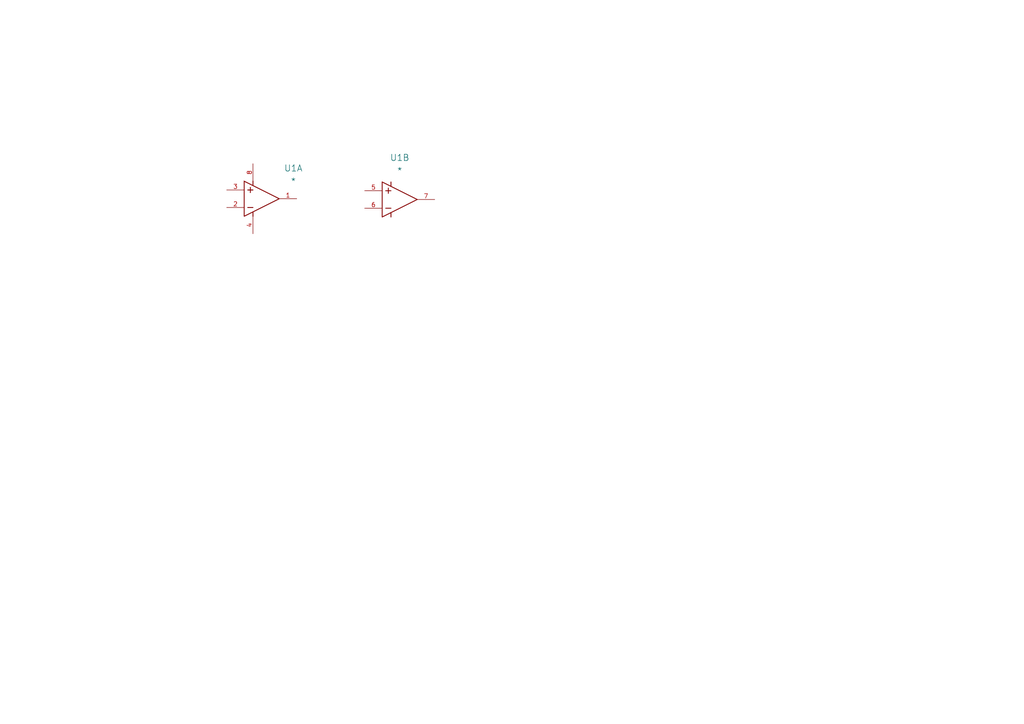
<source format=kicad_sch>
(kicad_sch (version 20231120) (generator "eeschema") (generator_version "8.0")
  (paper "A4")
  (lib_symbols
    (symbol "EP23Lib:NE5532"
      (property "Reference" "U" (at 20.828 2.794 0))
      (property "Value" "*" (at 20.828 0.254 0))
      (symbol "NE5532_1_0"
        (polyline (pts (xy 6.096 -5.08) (xy 7.62 -5.08)) (stroke (width 0.254)))
        (polyline (pts (xy 6.096 0) (xy 7.62 0)) (stroke (width 0.254)))
        (polyline (pts (xy 6.858 0.762) (xy 6.858 -0.762)) (stroke (width 0.254)))
        (polyline (pts (xy 7.62 -6.35) (xy 7.62 -7.62)) (stroke (width 0.254)))
        (polyline (pts (xy 7.62 2.54) (xy 7.62 1.27)) (stroke (width 0.254)))
        (polyline (pts (xy 5.08 2.54) (xy 15.24 -2.54) (xy 5.08 -7.62) (xy 5.08 2.54)) (stroke (width 0.254)))
        (pin passive line (at 20.32 -2.54 180) (length 5.08) (name "") (number "1"))
        (pin passive line (at 0 -5.08 0) (length 5.08) (name "") (number "2"))
        (pin passive line (at 0 0 0) (length 5.08) (name "") (number "3"))
        (pin passive line (at 7.62 -12.7 90) (length 5.08) (name "") (number "4"))
        (pin passive line (at 7.62 7.62 270) (length 5.08) (name "") (number "8"))
      )
      (symbol "NE5532_2_0"
        (polyline (pts (xy 6.096 -5.08) (xy 7.62 -5.08)) (stroke (width 0.254)))
        (polyline (pts (xy 6.096 0) (xy 7.62 0)) (stroke (width 0.254)))
        (polyline (pts (xy 6.858 0.762) (xy 6.858 -0.762)) (stroke (width 0.254)))
        (polyline (pts (xy 7.62 -6.35) (xy 7.62 -7.62)) (stroke (width 0.254)))
        (polyline (pts (xy 7.62 2.54) (xy 7.62 1.27)) (stroke (width 0.254)))
        (polyline (pts (xy 5.08 2.54) (xy 15.24 -2.54) (xy 5.08 -7.62) (xy 5.08 2.54)) (stroke (width 0.254)))
        (pin passive line (at 0 0 0) (length 5.08) (name "") (number "5"))
        (pin passive line (at 0 -5.08 0) (length 5.08) (name "") (number "6"))
        (pin passive line (at 20.32 -2.54 180) (length 5.08) (name "") (number "7"))
      )
    )
  )
  (symbol (lib_id "EP23Lib:NE5532") (at 65.7484 55.1021 0) (unit 1)
    (property "Reference" "U1" (at 85.09 48.7828 0) (effects (font (size 1.8288 1.8288))))
    (property "Value" "*" (at 85.09 52.5928 0) (effects (font (size 1.8288 1.8288))))
    (property "Footprint" "EP23LibIC:DIP8" (effects (hide yes)))
  )
  (symbol (lib_id "EP23Lib:NE5532") (at 105.7726 55.3196 0) (unit 2)
    (property "Reference" "U1" (at 115.9326 45.72 0) (effects (font (size 1.8288 1.8288))))
    (property "Value" "*" (at 115.9326 49.53 0) (effects (font (size 1.8288 1.8288))))
    (property "Footprint" "EP23LibIC:DIP8" (effects (hide yes)))
  )
)
</source>
